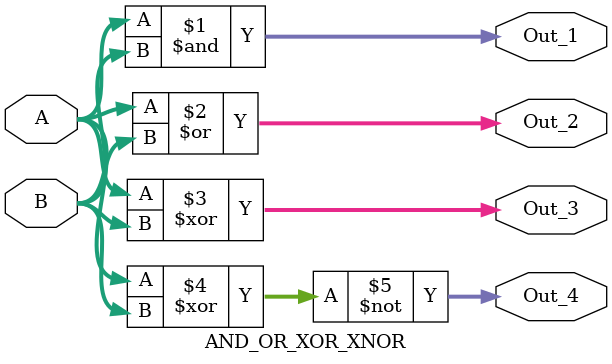
<source format=v>
module AND_OR_XOR_XNOR (
  input [3:0] A , B , 
  output [3:0] Out_1 , Out_2 , Out_3 , Out_4  
);
  
  assign Out_1 = A & B ;
  assign Out_2 = A | B ;
  assign Out_3 = A ^ B ;
  assign Out_4 = ~( A ^ B ) ;
  
endmodule 

</source>
